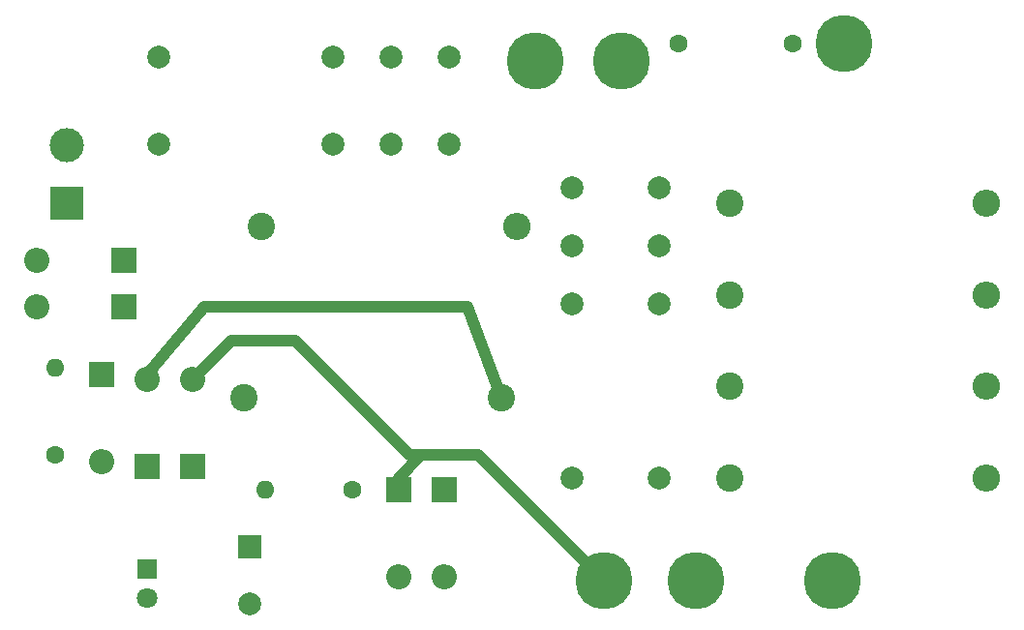
<source format=gbr>
G04 #@! TF.FileFunction,Copper,L1,Top,Signal*
%FSLAX46Y46*%
G04 Gerber Fmt 4.6, Leading zero omitted, Abs format (unit mm)*
G04 Created by KiCad (PCBNEW 4.0.7) date 09/24/20 18:47:11*
%MOMM*%
%LPD*%
G01*
G04 APERTURE LIST*
%ADD10C,0.100000*%
%ADD11C,1.600000*%
%ADD12C,2.400000*%
%ADD13R,2.000000X2.000000*%
%ADD14C,2.000000*%
%ADD15R,2.200000X2.200000*%
%ADD16O,2.200000X2.200000*%
%ADD17R,1.800000X1.800000*%
%ADD18C,1.800000*%
%ADD19C,5.000000*%
%ADD20O,2.400000X2.400000*%
%ADD21O,1.600000X1.600000*%
%ADD22R,3.000000X3.000000*%
%ADD23C,3.000000*%
%ADD24C,1.000000*%
G04 APERTURE END LIST*
D10*
D11*
X188500000Y-73000000D03*
X178500000Y-73000000D03*
D12*
X163000000Y-104000000D03*
X140500000Y-104000000D03*
D13*
X141000000Y-117000000D03*
D14*
X141000000Y-122000000D03*
D15*
X132000000Y-110000000D03*
D16*
X132000000Y-102380000D03*
D15*
X158000000Y-112000000D03*
D16*
X158000000Y-119620000D03*
D15*
X136000000Y-110000000D03*
D16*
X136000000Y-102380000D03*
D15*
X154000000Y-112000000D03*
D16*
X154000000Y-119620000D03*
D15*
X128000000Y-102000000D03*
D16*
X128000000Y-109620000D03*
D17*
X132000000Y-119000000D03*
D18*
X132000000Y-121540000D03*
D19*
X166000000Y-74500000D03*
X172000000Y-120000000D03*
X173500000Y-74500000D03*
X193000000Y-73000000D03*
X180000000Y-120000000D03*
X192000000Y-120000000D03*
D12*
X142000000Y-89000000D03*
D20*
X164400000Y-89000000D03*
D11*
X124000000Y-109000000D03*
D21*
X124000000Y-101380000D03*
D12*
X183000000Y-87000000D03*
D20*
X205400000Y-87000000D03*
D12*
X183000000Y-111000000D03*
D20*
X205400000Y-111000000D03*
D12*
X183000000Y-103000000D03*
D20*
X205400000Y-103000000D03*
D12*
X183000000Y-95000000D03*
D20*
X205400000Y-95000000D03*
D14*
X169200000Y-111000000D03*
X169200000Y-95760000D03*
X169200000Y-85600000D03*
X169200000Y-90680000D03*
X176800000Y-111000000D03*
X176800000Y-90680000D03*
X176800000Y-95760000D03*
X176800000Y-85600000D03*
D11*
X150000000Y-112000000D03*
D21*
X142380000Y-112000000D03*
D15*
X130000000Y-92000000D03*
D16*
X122380000Y-92000000D03*
D15*
X130000000Y-96000000D03*
D16*
X122380000Y-96000000D03*
D22*
X125000000Y-87000000D03*
D23*
X125000000Y-81920000D03*
D14*
X133000000Y-74200000D03*
X148240000Y-74200000D03*
X158400000Y-74200000D03*
X153320000Y-74200000D03*
X133000000Y-81800000D03*
X153320000Y-81800000D03*
X148240000Y-81800000D03*
X158400000Y-81800000D03*
D24*
X132000000Y-102380000D02*
X132000000Y-102000000D01*
X132000000Y-102000000D02*
X137000000Y-96000000D01*
X160000000Y-96000000D02*
X163000000Y-104000000D01*
X137000000Y-96000000D02*
X160000000Y-96000000D01*
X169000000Y-111000000D02*
X169200000Y-111000000D01*
X158000000Y-119620000D02*
X158000000Y-120000000D01*
X156000000Y-109000000D02*
X155000000Y-109000000D01*
X139380000Y-99000000D02*
X136000000Y-102380000D01*
X145000000Y-99000000D02*
X139380000Y-99000000D01*
X155000000Y-109000000D02*
X145000000Y-99000000D01*
X154000000Y-112000000D02*
X154000000Y-111000000D01*
X154000000Y-111000000D02*
X156000000Y-109000000D01*
X156000000Y-109000000D02*
X161000000Y-109000000D01*
X161000000Y-109000000D02*
X172000000Y-120000000D01*
X136000000Y-103000000D02*
X136000000Y-102380000D01*
M02*

</source>
